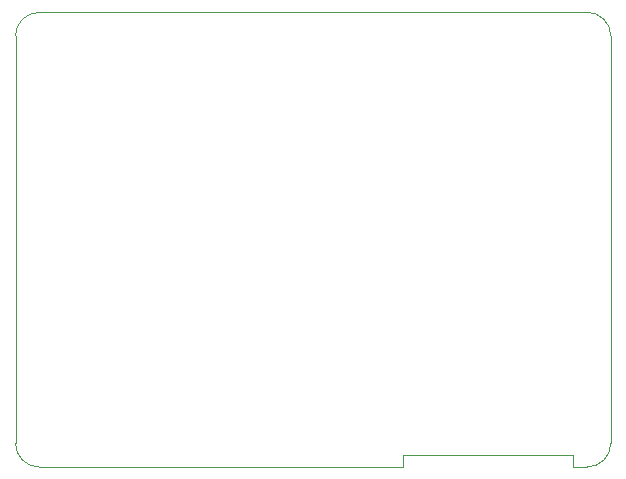
<source format=gbr>
%TF.GenerationSoftware,KiCad,Pcbnew,9.0.6*%
%TF.CreationDate,2025-11-20T15:59:52+01:00*%
%TF.ProjectId,N57__ldruckanzeige,4e35375f-d66c-4647-9275-636b616e7a65,rev?*%
%TF.SameCoordinates,Original*%
%TF.FileFunction,Profile,NP*%
%FSLAX46Y46*%
G04 Gerber Fmt 4.6, Leading zero omitted, Abs format (unit mm)*
G04 Created by KiCad (PCBNEW 9.0.6) date 2025-11-20 15:59:52*
%MOMM*%
%LPD*%
G01*
G04 APERTURE LIST*
%TA.AperFunction,Profile*%
%ADD10C,0.100000*%
%TD*%
G04 APERTURE END LIST*
D10*
X182480000Y-125000000D02*
G75*
G02*
X180480000Y-127000000I-2000000J0D01*
G01*
X132080000Y-90500000D02*
G75*
G02*
X134080000Y-88500000I2000000J0D01*
G01*
X134080000Y-88500000D02*
X180480000Y-88500000D01*
X179280000Y-127000000D02*
X180480000Y-127000000D01*
X132080000Y-125000000D02*
X132080000Y-90500000D01*
X134080000Y-127000000D02*
G75*
G02*
X132080000Y-125000000I0J2000000D01*
G01*
X164880000Y-126000000D02*
X179280000Y-126000000D01*
X164880000Y-127000000D02*
X164880000Y-126000000D01*
X164880000Y-127000000D02*
X134080000Y-127000000D01*
X179280000Y-126000000D02*
X179280000Y-127000000D01*
X182480000Y-90500000D02*
X182480000Y-125000000D01*
X180480000Y-88500000D02*
G75*
G02*
X182480000Y-90500000I0J-2000000D01*
G01*
M02*

</source>
